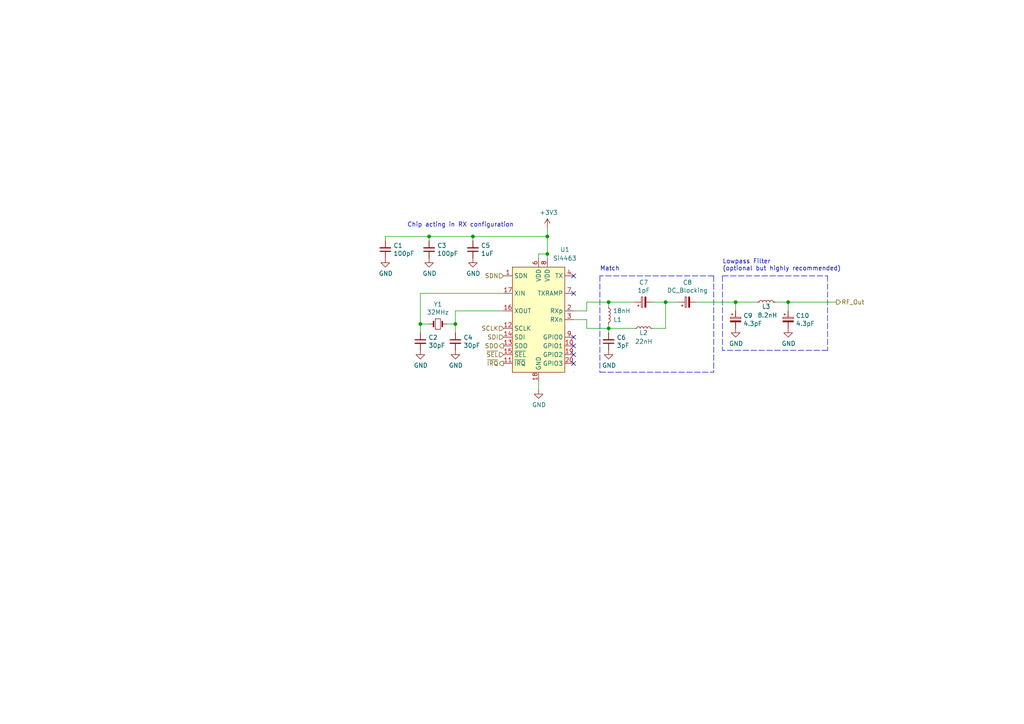
<source format=kicad_sch>
(kicad_sch (version 20211123) (generator eeschema)
  (paper "A4")
  (title_block (title "SI4463 Receive Network") (date "2022-03-24") (rev "v2.0.0") (company "When HAMs Fly Senior Design Team") (comment 1 "https://github.com/MSTRocketDesignTeam/Avionics-Telemetry-PCB") (comment 2 "Board Revision 2") (comment 3 "Schematic depicting logical connections between components"))
  (lib_symbols
    (symbol "Device:CP_Small" (pin_numbers hide) (pin_names (offset 0.254) hide)
      (property "Reference" "C" (at 0.254 1.778 0))
      (property "Value" "Device_CP_Small" (at 0.254 -2.032 0))
      (symbol "CP_Small_0_1"
        (rectangle (start -1.524 -0.3048) (end 1.524 -0.6858) (fill (type outline)))
        (rectangle (start -1.524 0.6858) (end 1.524 0.3048))
        (polyline (pts (xy -1.27 1.524) (xy -0.762 1.524)))
        (polyline (pts (xy -1.016 1.27) (xy -1.016 1.778)))
      )
      (symbol "CP_Small_1_1"
        (pin passive line (at 0 2.54 270) (length 1.8542) (name "~") (number "1"))
        (pin passive line (at 0 -2.54 90) (length 1.8542) (name "~") (number "2"))
      )
    )
    (symbol "Device:C_Small" (pin_numbers hide) (pin_names (offset 0.254) hide)
      (property "Reference" "C" (at 0.254 1.778 0))
      (property "Value" "C_Small" (at 0.254 -2.032 0))
      (symbol "C_Small_0_1"
        (polyline (pts (xy -1.524 -0.508) (xy 1.524 -0.508)) (stroke (width 0.3302)))
        (polyline (pts (xy -1.524 0.508) (xy 1.524 0.508)) (stroke (width 0.3048)))
      )
      (symbol "C_Small_1_1"
        (pin passive line (at 0 2.54 270) (length 2.032) (name "~") (number "1"))
        (pin passive line (at 0 -2.54 90) (length 2.032) (name "~") (number "2"))
      )
    )
    (symbol "Device:Crystal_Small" (pin_numbers hide) (pin_names (offset 1.016) hide)
      (property "Reference" "Y" (at 0 2.54 0))
      (property "Value" "Crystal_Small" (at 0 -2.54 0))
      (symbol "Crystal_Small_0_1"
        (rectangle (start -0.762 -1.524) (end 0.762 1.524))
        (polyline (pts (xy -1.27 -0.762) (xy -1.27 0.762)) (stroke (width 0.381)))
        (polyline (pts (xy 1.27 -0.762) (xy 1.27 0.762)) (stroke (width 0.381)))
      )
      (symbol "Crystal_Small_1_1"
        (pin passive line (at -2.54 0 0) (length 1.27) (name "1") (number "1"))
        (pin passive line (at 2.54 0 180) (length 1.27) (name "2") (number "2"))
      )
    )
    (symbol "Device:L_Small" (pin_numbers hide) (pin_names (offset 0.254) hide)
      (property "Reference" "L" (at 0.762 1.016 0))
      (property "Value" "L_Small" (at 0.762 -1.016 0))
      (symbol "L_Small_0_1"
        (arc (start 0 -2.032) (mid 0.508 -1.524) (end 0 -1.016))
        (arc (start 0 -1.016) (mid 0.508 -0.508) (end 0 0))
        (arc (start 0 0) (mid 0.508 0.508) (end 0 1.016))
        (arc (start 0 1.016) (mid 0.508 1.524) (end 0 2.032))
      )
      (symbol "L_Small_1_1"
        (pin passive line (at 0 2.54 270) (length 0.508) (name "~") (number "1"))
        (pin passive line (at 0 -2.54 90) (length 0.508) (name "~") (number "2"))
      )
    )
    (symbol "RF:Si4463"
      (property "Reference" "U" (at -6.35 16.51 0))
      (property "Value" "Si4463" (at 6.35 16.51 0))
      (symbol "Si4463_0_1"
        (rectangle (start -7.62 15.24) (end 7.62 -15.24) (fill (type background)))
        (rectangle (start 10.16 -15.24) (end 10.16 -15.24))
      )
      (symbol "Si4463_1_1"
        (pin input line (at -10.16 12.7 0) (length 2.54) (name "SDN") (number "1"))
        (pin bidirectional line (at 10.16 -7.62 180) (length 2.54) (name "GPIO1") (number "10"))
        (pin open_collector line (at -10.16 -12.7 0) (length 2.54) (name "~{IRQ}") (number "11"))
        (pin input line (at -10.16 -2.54 0) (length 2.54) (name "SCLK") (number "12"))
        (pin output line (at -10.16 -7.62 0) (length 2.54) (name "SDO") (number "13"))
        (pin input line (at -10.16 -5.08 0) (length 2.54) (name "SDI") (number "14"))
        (pin input line (at -10.16 -10.16 0) (length 2.54) (name "~{SEL}") (number "15"))
        (pin passive line (at -10.16 2.54 0) (length 2.54) (name "XOUT") (number "16"))
        (pin input line (at -10.16 7.62 0) (length 2.54) (name "XIN") (number "17"))
        (pin power_in line (at 0 -17.78 90) (length 2.54) (name "GND") (number "18"))
        (pin bidirectional line (at 10.16 -10.16 180) (length 2.54) (name "GPIO2") (number "19"))
        (pin input line (at 10.16 2.54 180) (length 2.54) (name "RXp") (number "2"))
        (pin bidirectional line (at 10.16 -12.7 180) (length 2.54) (name "GPIO3") (number "20"))
        (pin power_in line (at 0 -17.78 90) (length 2.54) hide (name "GND") (number "21"))
        (pin input line (at 10.16 0 180) (length 2.54) (name "RXn") (number "3"))
        (pin output line (at 10.16 12.7 180) (length 2.54) (name "TX") (number "4"))
        (pin no_connect line (at 7.62 -15.24 180) (length 2.54) hide (name "NC") (number "5"))
        (pin power_in line (at 0 17.78 270) (length 2.54) (name "VDD") (number "6"))
        (pin output line (at 10.16 7.62 180) (length 2.54) (name "TXRAMP") (number "7"))
        (pin power_in line (at 2.54 17.78 270) (length 2.54) (name "VDD") (number "8"))
        (pin bidirectional line (at 10.16 -5.08 180) (length 2.54) (name "GPIO0") (number "9"))
      )
    )
    (symbol "power:+3.3V" (power) (pin_names (offset 0))
      (property "Value" "+3.3V" (at 0 3.556 0))
      (symbol "+3.3V_0_1"
        (polyline (pts (xy -0.762 1.27) (xy 0 2.54)))
        (polyline (pts (xy 0 0) (xy 0 2.54)))
        (polyline (pts (xy 0 2.54) (xy 0.762 1.27)))
      )
      (symbol "+3.3V_1_1"
        (pin power_in line (at 0 0 90) (length 0) hide (name "+3V3") (number "1"))
      )
    )
    (symbol "power:GND" (power) (pin_names (offset 0))
      (property "Value" "GND" (at 0 -3.81 0))
      (symbol "GND_0_1"
        (polyline (pts (xy 0 0) (xy 0 -1.27) (xy 1.27 -1.27) (xy 0 -2.54) (xy -1.27 -1.27) (xy 0 -1.27)))
      )
      (symbol "GND_1_1"
        (pin power_in line (at 0 0 270) (length 0) hide (name "GND") (number "1"))
      )
    )
  )
  (junction (at 213.36 87.63))
  (junction (at 137.16 68.58))
  (junction (at 176.53 95.25))
  (junction (at 121.92 93.98))
  (junction (at 158.75 73.66))
  (junction (at 132.08 93.98))
  (junction (at 193.04 87.63))
  (junction (at 158.75 68.58))
  (junction (at 228.6 87.63))
  (junction (at 124.46 68.58))
  (junction (at 176.53 87.63))
  (no_connect (at 166.37 97.79))
  (no_connect (at 166.37 100.33))
  (no_connect (at 166.37 80.01))
  (no_connect (at 166.37 102.87))
  (no_connect (at 166.37 85.09))
  (no_connect (at 166.37 105.41))
  (wire (pts (xy 132.08 90.17) (xy 146.05 90.17)))
  (wire (pts (xy 124.46 69.85) (xy 124.46 68.58)))
  (wire (pts (xy 137.16 68.58) (xy 124.46 68.58)))
  (wire (pts (xy 228.6 87.63) (xy 224.79 87.63)))
  (polyline (pts (xy 173.99 107.95) (xy 207.01 107.95)))
  (wire (pts (xy 158.75 68.58) (xy 158.75 73.66)))
  (polyline (pts (xy 209.55 80.01) (xy 240.03 80.01)))
  (wire (pts (xy 176.53 88.9) (xy 176.53 87.63)))
  (wire (pts (xy 166.37 90.17) (xy 170.18 90.17)))
  (wire (pts (xy 137.16 69.85) (xy 137.16 68.58)))
  (polyline (pts (xy 240.03 101.6) (xy 209.55 101.6)))
  (wire (pts (xy 124.46 93.98) (xy 121.92 93.98)))
  (wire (pts (xy 158.75 73.66) (xy 158.75 74.93)))
  (wire (pts (xy 156.21 113.03) (xy 156.21 110.49)))
  (wire (pts (xy 189.23 95.25) (xy 193.04 95.25)))
  (wire (pts (xy 228.6 87.63) (xy 242.57 87.63)))
  (wire (pts (xy 213.36 90.17) (xy 213.36 87.63)))
  (wire (pts (xy 121.92 96.52) (xy 121.92 93.98)))
  (wire (pts (xy 158.75 68.58) (xy 137.16 68.58)))
  (wire (pts (xy 170.18 90.17) (xy 170.18 87.63)))
  (wire (pts (xy 170.18 95.25) (xy 170.18 92.71)))
  (polyline (pts (xy 173.99 80.01) (xy 173.99 107.95)))
  (wire (pts (xy 158.75 73.66) (xy 156.21 73.66)))
  (wire (pts (xy 219.71 87.63) (xy 213.36 87.63)))
  (wire (pts (xy 170.18 95.25) (xy 176.53 95.25)))
  (wire (pts (xy 184.15 95.25) (xy 176.53 95.25)))
  (polyline (pts (xy 240.03 80.01) (xy 240.03 101.6)))
  (polyline (pts (xy 207.01 80.01) (xy 207.01 107.95)))
  (wire (pts (xy 228.6 90.17) (xy 228.6 87.63)))
  (wire (pts (xy 184.15 87.63) (xy 176.53 87.63)))
  (wire (pts (xy 121.92 85.09) (xy 146.05 85.09)))
  (polyline (pts (xy 209.55 80.01) (xy 209.55 101.6)))
  (polyline (pts (xy 207.01 80.01) (xy 173.99 80.01)))
  (wire (pts (xy 111.76 68.58) (xy 111.76 69.85)))
  (wire (pts (xy 121.92 93.98) (xy 121.92 85.09)))
  (wire (pts (xy 158.75 66.04) (xy 158.75 68.58)))
  (wire (pts (xy 156.21 73.66) (xy 156.21 74.93)))
  (wire (pts (xy 176.53 95.25) (xy 176.53 96.52)))
  (wire (pts (xy 132.08 96.52) (xy 132.08 93.98)))
  (wire (pts (xy 129.54 93.98) (xy 132.08 93.98)))
  (wire (pts (xy 193.04 87.63) (xy 189.23 87.63)))
  (wire (pts (xy 201.93 87.63) (xy 213.36 87.63)))
  (wire (pts (xy 170.18 92.71) (xy 166.37 92.71)))
  (wire (pts (xy 193.04 95.25) (xy 193.04 87.63)))
  (wire (pts (xy 124.46 68.58) (xy 111.76 68.58)))
  (wire (pts (xy 193.04 87.63) (xy 196.85 87.63)))
  (wire (pts (xy 176.53 93.98) (xy 176.53 95.25)))
  (wire (pts (xy 170.18 87.63) (xy 176.53 87.63)))
  (wire (pts (xy 132.08 93.98) (xy 132.08 90.17)))
  (text "Chip acting in RX configuration" (at 118.11 66.04 0) (effects (font (size 1.27 1.27)) (justify left bottom)))
  (text "Lowpass Filter\n(optional but highly recommended)" (at 209.55 78.74 0) (effects (font (size 1.27 1.27)) (justify left bottom)))
  (text "Match" (at 173.99 78.74 0) (effects (font (size 1.27 1.27)) (justify left bottom)))
  (hierarchical_label "SCLK" (shape input) (at 146.05 95.25 180))
  (hierarchical_label "SDO" (shape output) (at 146.05 100.33 180))
  (hierarchical_label "SDI" (shape input) (at 146.05 97.79 180))
  (hierarchical_label "RF_Out" (shape output) (at 242.57 87.63 0))
  (hierarchical_label "~{SEL}" (shape input) (at 146.05 102.87 180))
  (hierarchical_label "SDN" (shape input) (at 146.05 80.01 180))
  (hierarchical_label "~{IRQ}" (shape output) (at 146.05 105.41 180))
  (symbol (lib_id "power:GND") (at 156.21 113.03 0) (unit 1)
    (property "Reference" "#PWR09" (effects hide))
    (property "Value" "GND" (at 156.337 117.4242 0))
  )
  (symbol (lib_id "Device:C_Small") (at 137.16 72.39 180) (unit 1)
    (property "Reference" "C5" (at 139.4968 71.2216 0) (effects (justify right)))
    (property "Value" "1uF" (at 139.4968 73.533 0) (effects (justify right)))
    (property "Footprint" "Capacitor_SMD:C_0402_1005Metric" (effects hide))
    (property "LCSC" "C52923" (effects hide))
  )
  (symbol (lib_id "Device:C_Small") (at 124.46 72.39 180) (unit 1)
    (property "Reference" "C3" (at 126.7968 71.2216 0) (effects (justify right)))
    (property "Value" "100pF" (at 126.7968 73.533 0) (effects (justify right)))
    (property "Footprint" "Capacitor_SMD:C_0402_1005Metric" (effects hide))
    (property "LCSC" "C1546 " (effects hide))
  )
  (symbol (lib_id "Device:C_Small") (at 111.76 72.39 180) (unit 1)
    (property "Reference" "C1" (at 114.0968 71.2216 0) (effects (justify right)))
    (property "Value" "100pF" (at 114.0968 73.533 0) (effects (justify right)))
    (property "Footprint" "Capacitor_SMD:C_0402_1005Metric" (effects hide))
    (property "LCSC" "C1546 " (effects hide))
  )
  (symbol (lib_id "power:GND") (at 111.76 74.93 0) (unit 1)
    (property "Reference" "#PWR04" (effects hide))
    (property "Value" "GND" (at 111.887 79.3242 0))
  )
  (symbol (lib_id "power:GND") (at 137.16 74.93 0) (unit 1)
    (property "Reference" "#PWR08" (effects hide))
    (property "Value" "GND" (at 137.287 79.3242 0))
  )
  (symbol (lib_id "Device:L_Small") (at 176.53 91.44 0) (unit 1)
    (property "Reference" "L1" (at 180.34 92.71 0) (effects (justify right)))
    (property "Value" "18nH" (at 182.88 90.17 0) (effects (justify right)))
    (property "Footprint" "Inductor_SMD:L_0402_1005Metric" (effects hide))
    (property "LCSC" "C24562" (effects hide))
  )
  (symbol (lib_id "Device:C_Small") (at 176.53 99.06 180) (unit 1)
    (property "Reference" "C6" (at 178.8668 97.8916 0) (effects (justify right)))
    (property "Value" "3pF" (at 178.8668 100.203 0) (effects (justify right)))
    (property "Footprint" "Capacitor_SMD:C_0402_1005Metric" (effects hide))
    (property "LCSC" "C318583" (effects hide))
  )
  (symbol (lib_id "power:GND") (at 176.53 101.6 0) (unit 1)
    (property "Reference" "#PWR011" (effects hide))
    (property "Value" "GND" (at 176.657 105.9942 0))
  )
  (symbol (lib_id "Device:L_Small") (at 186.69 95.25 90) (unit 1)
    (property "Reference" "L2" (at 185.42 96.52 90) (effects (justify right)))
    (property "Value" "22nH" (at 184.15 99.06 90) (effects (justify right)))
    (property "Footprint" "Inductor_SMD:L_0402_1005Metric" (effects hide))
    (property "LCSC" "C15178" (effects hide))
  )
  (symbol (lib_id "Device:CP_Small") (at 186.69 87.63 90) (unit 1)
    (property "Reference" "C7" (at 186.69 81.915 90))
    (property "Value" "1pF" (at 186.69 84.2264 90))
    (property "Footprint" "Capacitor_SMD:C_0402_1005Metric" (effects hide))
    (property "LCSC" " C1550 " (effects hide))
  )
  (symbol (lib_id "Device:CP_Small") (at 199.39 87.63 90) (unit 1)
    (property "Reference" "C8" (at 199.39 81.915 90))
    (property "Value" "DC_Blocking" (at 199.39 84.2264 90))
    (property "Footprint" "Capacitor_SMD:C_0402_1005Metric" (effects hide))
    (property "LCSC" " C1550 " (effects hide))
  )
  (symbol (lib_id "Device:CP_Small") (at 213.36 92.71 0) (unit 1)
    (property "Reference" "C9" (at 215.5952 91.5416 0) (effects (justify left)))
    (property "Value" "4.3pF" (at 215.5952 93.853 0) (effects (justify left)))
    (property "Footprint" "Capacitor_SMD:C_0402_1005Metric" (effects hide))
    (property "LCSC" "C159803 " (effects hide))
  )
  (symbol (lib_id "Device:L_Small") (at 222.25 87.63 90) (unit 1)
    (property "Reference" "L3" (at 220.98 88.9 90) (effects (justify right)))
    (property "Value" "8.2nH" (at 219.71 91.44 90) (effects (justify right)))
    (property "Footprint" "Inductor_SMD:L_0402_1005Metric" (effects hide))
    (property "LCSC" "C16208" (effects hide))
  )
  (symbol (lib_id "power:GND") (at 213.36 95.25 0) (unit 1)
    (property "Reference" "#PWR012" (effects hide))
    (property "Value" "GND" (at 213.487 99.6442 0))
  )
  (symbol (lib_id "Device:CP_Small") (at 228.6 92.71 0) (unit 1)
    (property "Reference" "C10" (at 230.8352 91.5416 0) (effects (justify left)))
    (property "Value" "4.3pF" (at 230.8352 93.853 0) (effects (justify left)))
    (property "Footprint" "Capacitor_SMD:C_0402_1005Metric" (effects hide))
    (property "LCSC" "C159803 " (effects hide))
  )
  (symbol (lib_id "power:GND") (at 228.6 95.25 0) (unit 1)
    (property "Reference" "#PWR013" (effects hide))
    (property "Value" "GND" (at 228.727 99.6442 0))
  )
  (symbol (lib_id "RF:Si4463") (at 156.21 92.71 0) (unit 1)
    (property "Reference" "U1" (at 163.83 72.39 0))
    (property "Value" "Si4463" (at 163.83 74.93 0))
    (property "Footprint" "Package_DFN_QFN:QFN-20-1EP_4x4mm_P0.5mm_EP2.6x2.6mm_ThermalVias" (effects hide))
    (property "Datasheet" "https://www.silabs.com/documents/public/data-sheets/Si4464-63-61-60.pdf" (effects hide))
    (property "Matching Guide" "https://www.silabs.com/content/usergenerated/asi/cloud/attachments/siliconlabs/en/community/wireless/bluetooth/forum/jcr:content/content/primary/qna/tune_an_rf_pico_boar-pg5F/AN648_Si4X6X%20AND%20EZR32%20HIGH-POWER%20PA%20MATCHING.pdf" (effects hide))
    (property "LCSC" "C476202" (effects hide))
  )
  (symbol (lib_id "power:+3.3V") (at 158.75 66.04 0) (unit 1)
    (property "Reference" "#PWR010" (effects hide))
    (property "Value" "+3.3V" (at 159.131 61.6458 0))
  )
  (symbol (lib_id "power:GND") (at 124.46 74.93 0) (unit 1)
    (property "Reference" "#PWR06" (effects hide))
    (property "Value" "GND" (at 124.587 79.3242 0))
  )
  (symbol (lib_id "Device:C_Small") (at 121.92 99.06 0) (unit 1)
    (property "Reference" "C2" (at 124.2568 97.8916 0) (effects (justify left)))
    (property "Value" "30pF" (at 124.2568 100.203 0) (effects (justify left)))
    (property "Footprint" "Capacitor_SMD:C_0603_1608Metric_Pad1.08x0.95mm_HandSolder" (effects hide))
    (property "LCSC" "C400083" (effects hide))
  )
  (symbol (lib_id "power:GND") (at 132.08 101.6 0) (unit 1)
    (property "Reference" "#PWR07" (effects hide))
    (property "Value" "GND" (at 132.207 105.9942 0))
  )
  (symbol (lib_id "power:GND") (at 121.92 101.6 0) (unit 1)
    (property "Reference" "#PWR05" (effects hide))
    (property "Value" "GND" (at 122.047 105.9942 0))
  )
  (symbol (lib_id "Device:C_Small") (at 132.08 99.06 0) (unit 1)
    (property "Reference" "C4" (at 134.4168 97.8916 0) (effects (justify left)))
    (property "Value" "30pF" (at 134.4168 100.203 0) (effects (justify left)))
    (property "Footprint" "Capacitor_SMD:C_0603_1608Metric_Pad1.08x0.95mm_HandSolder" (effects hide))
    (property "LCSC" "C400083" (effects hide))
  )
  (symbol (lib_id "Device:Crystal_Small") (at 127 93.98 0) (unit 1)
    (property "Reference" "Y1" (at 127 88.265 0))
    (property "Value" "32MHz" (at 127 90.5764 0))
    (property "Footprint" "RDT_Custom_Footprints:XTAL_ABM7-32.000MHZ-D2Y-T" (effects hide))
    (property "LCSC" "C1986810" (effects hide))
  )
)
</source>
